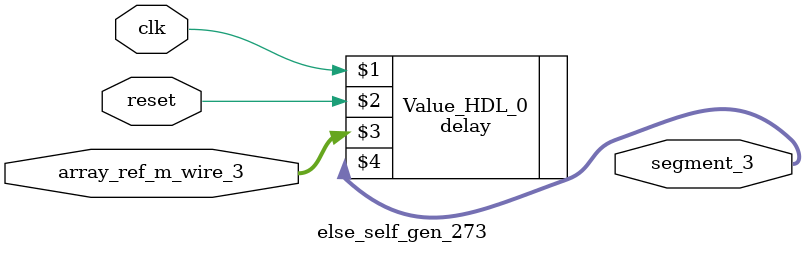
<source format=v>
module else_self_gen_273( input clk, input reset, input [31:0]array_ref_m_wire_3, output [31:0]segment_3); 
	wire [31:0]segment_3;
	//Proceed with segment_3 = array_ref_m_wire_3
	delay Value_HDL_0 ( clk, reset, array_ref_m_wire_3, segment_3);
endmodule
</source>
